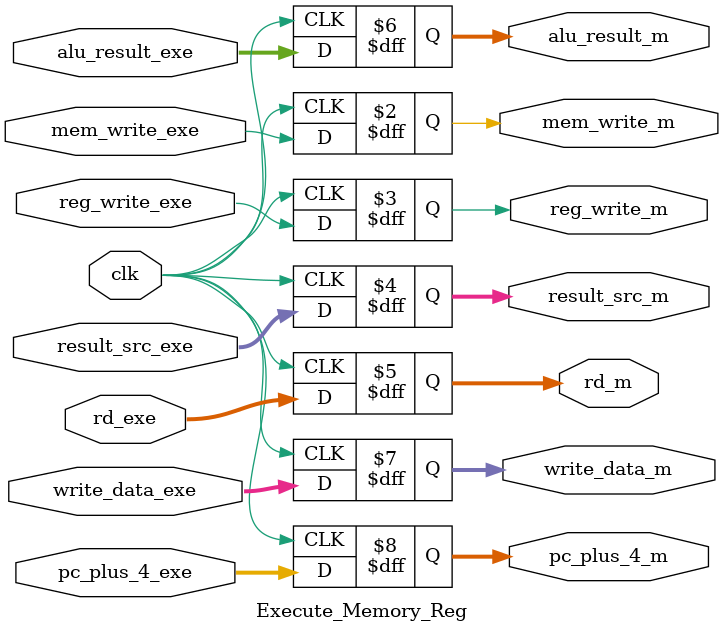
<source format=v>
`timescale 1ns / 1ps

module Execute_Memory_Reg(

	input	wire			clk			,
	input 	wire			mem_write_exe	,
	input 	wire			reg_write_exe	,
	input 	wire	[1:0] 	result_src_exe	,
	input 	wire	[4:0] 	rd_exe		,
	input 	wire	[31:0] 	alu_result_exe , 
	input 	wire	[31:0]	write_data_exe ,
	input 	wire	[31:0]  pc_plus_4_exe 	,
    
    output 	reg 			mem_write_m  ,
    output 	reg 			reg_write_m  ,
    output	reg 	[1:0] 	result_src_m ,
    output 	reg 	[4:0] 	rd_m		,
    output reg 		[31:0] 	alu_result_m	, 
    output reg 		[31:0] 	write_data_m	, 
    output reg 		[31:0] 	pc_plus_4_m	
);

    
    
always @(posedge clk)
begin
    alu_result_m 	<= 	alu_result_exe 	;
    write_data_m 	<= 	write_data_exe	;
    rd_m         	<= 	rd_exe			;
    pc_plus_4_m  	<= 	pc_plus_4_exe 	;
    reg_write_m  	<= 	reg_write_exe	;
    result_src_m 	<= 	result_src_exe	;
    mem_write_m  	<= 	mem_write_exe	;	  	        
end
endmodule

</source>
